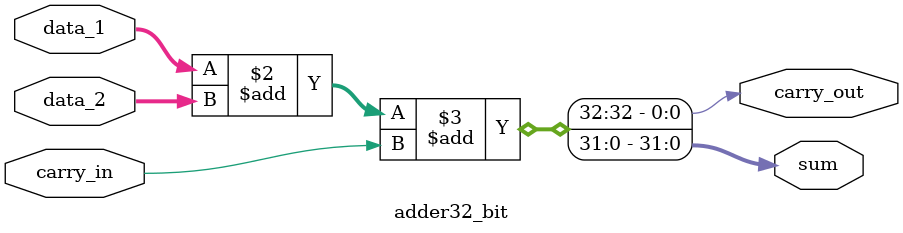
<source format=v>

module adder32_bit
(
            sum,
            carry_out,
            data_1,
            data_2,
            carry_in
);
parameter data_width=31;
output reg [data_width:0] sum;
output reg carry_out;

input [data_width:0] data_1;
input [data_width:0] data_2;
input carry_in;

always @ (data_1, data_2, carry_in) //whenever an input changes
{carry_out, sum} = data_1 + data_2 + carry_in; // use {} to concatenate bits for carry_out
    
endmodule

</source>
